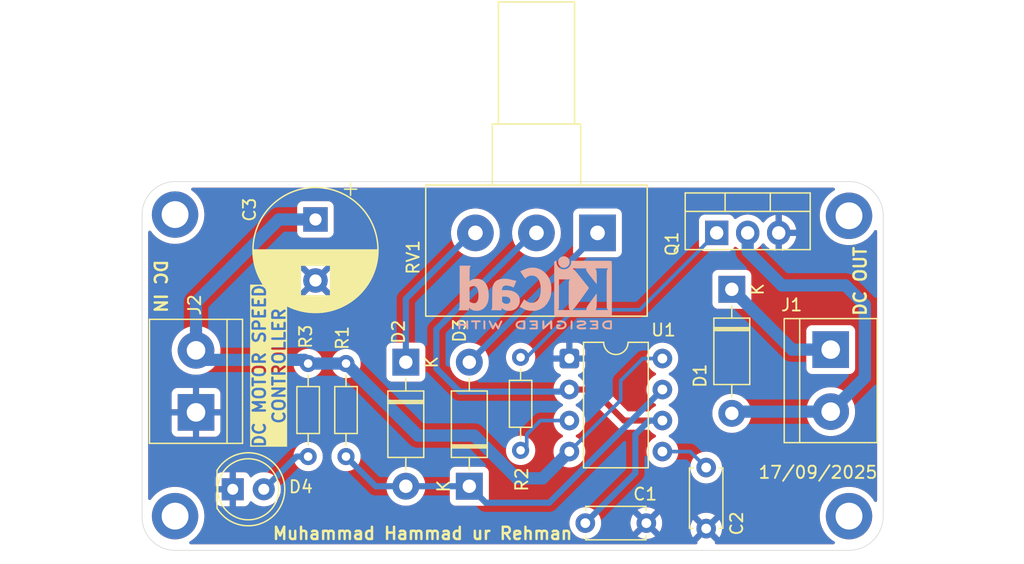
<source format=kicad_pcb>
(kicad_pcb (version 20241229) (generator "pcbnew") (generator_version "9.0")
  (layers (0 "F.Cu" signal) (2 "B.Cu" signal) (13 "F.Paste" user) (15 "B.Paste" user) (5 "F.SilkS" user "F.Silkscreen") (7 "B.SilkS" user "B.Silkscreen") (1 "F.Mask" user) (3 "B.Mask" user) (25 "Edge.Cuts" user))
  (net 0 "")
  (net 1 "GND")
  (net 2 "Net-(U1-THR)")
  (net 3 "Net-(U1-CV)")
  (net 4 "Net-(D1-K)")
  (net 5 "Net-(D1-A)")
  (net 6 "Net-(D2-A)")
  (net 7 "Net-(D2-K)")
  (net 8 "Net-(D3-A)")
  (net 9 "Net-(D4-A)")
  (net 10 "Net-(Q1-B)")
  (net 11 "Net-(U1-Q)")
  (footprint "MountingHole:MountingHole_2.2mm_M2_DIN965_Pad" (layer "F.Cu") (at 124.4 103.1)
    (property "Reference" "REF**" (hide yes))
    (property "Value" "MountingHole_2.2mm_M2_DIN965_Pad")
    (pad "1" thru_hole circle (at 0 0) (size 3.8 3.8) (drill 2.2) (layers "*.Cu" "*.Mask"))
  )
  (footprint "Resistor_THT:R_Axial_DIN0204_L3.6mm_D1.6mm_P7.62mm_Horizontal" (layer "F.Cu") (at 138.4 115.3 -90)
    (property "Reference" "R1" (at -2.1 0.3 90) (layer "F.SilkS"))
    (property "Value" "1k")
    (pad "1" thru_hole circle (at 0 0 270) (size 1.4 1.4) (drill 0.7) (layers "*.Cu" "*.Mask") (net 4 "Net-(D1-K)"))
    (pad "2" thru_hole oval (at 7.62 0 270) (size 1.4 1.4) (drill 0.7) (layers "*.Cu" "*.Mask") (net 6 "Net-(D2-A)"))
  )
  (footprint "Diode_THT:D_DO-41_SOD81_P10.16mm_Horizontal" (layer "F.Cu") (at 143.3 115.19 -90)
    (property "Reference" "D2" (at -2.49 0.6 270) (layer "F.SilkS"))
    (property "Value" "1N4007")
    (fp_text user "K" (at 0 -2.1 270) (layer "F.SilkS"))
    (pad "1" thru_hole rect (at 0 0 270) (size 2.2 2.2) (drill 1.1) (layers "*.Cu" "*.Mask") (net 7 "Net-(D2-K)"))
    (pad "2" thru_hole oval (at 10.16 0 270) (size 2.2 2.2) (drill 1.1) (layers "*.Cu" "*.Mask") (net 6 "Net-(D2-A)"))
  )
  (footprint "Capacitor_THT:C_Disc_D4.7mm_W2.5mm_P5.00mm" (layer "F.Cu") (at 167.9 123.82 -90)
    (property "Reference" "C2" (at 4.58 -2.5 90) (layer "F.SilkS"))
    (property "Value" "100nf")
    (pad "1" thru_hole circle (at 0 0 270) (size 1.6 1.6) (drill 0.8) (layers "*.Cu" "*.Mask") (net 3 "Net-(U1-CV)"))
    (pad "2" thru_hole circle (at 5 0 270) (size 1.6 1.6) (drill 0.8) (layers "*.Cu" "*.Mask") (net 1 "GND"))
  )
  (footprint "Diode_THT:D_DO-41_SOD81_P10.16mm_Horizontal" (layer "F.Cu") (at 170 109.22 -90)
    (property "Reference" "D1" (at 7.08 2.6 90) (layer "F.SilkS"))
    (property "Value" "1N4007")
    (fp_text user "K" (at 0 -2.1 90) (layer "F.SilkS"))
    (pad "1" thru_hole rect (at 0 0 270) (size 2.2 2.2) (drill 1.1) (layers "*.Cu" "*.Mask") (net 4 "Net-(D1-K)"))
    (pad "2" thru_hole oval (at 10.16 0 270) (size 2.2 2.2) (drill 1.1) (layers "*.Cu" "*.Mask") (net 5 "Net-(D1-A)"))
  )
  (footprint "Potentiometer_THT:Potentiometer_Alps_RK163_Single_Horizontal" (layer "F.Cu") (at 159 104.6 -90)
    (property "Reference" "RV1" (at 2 15.1 90) (layer "F.SilkS"))
    (property "Value" "100k")
    (pad "1" thru_hole rect (at 0 0 90) (size 3 3) (drill 1.2) (layers "*.Cu" "*.Mask") (net 8 "Net-(D3-A)"))
    (pad "2" thru_hole circle (at 0 5 90) (size 3 3) (drill 1.2) (layers "*.Cu" "*.Mask") (net 2 "Net-(U1-THR)"))
    (pad "3" thru_hole circle (at 0 10 90) (size 3 3) (drill 1.2) (layers "*.Cu" "*.Mask") (net 7 "Net-(D2-K)"))
  )
  (footprint "Package_DIP:DIP-8_W7.62mm" (layer "F.Cu") (at 156.695 114.89)
    (property "Reference" "U1" (at 7.705 -2.33 0) (layer "F.SilkS"))
    (property "Value" "NE555P")
    (pad "1" thru_hole roundrect (at 0 0) (size 1.6 1.6) (drill 0.8) (layers "*.Cu" "*.Mask") (roundrect_rratio 0.15625) (net 1 "GND"))
    (pad "2" thru_hole circle (at 0 2.54) (size 1.6 1.6) (drill 0.8) (layers "*.Cu" "*.Mask") (net 2 "Net-(U1-THR)"))
    (pad "3" thru_hole circle (at 0 5.08) (size 1.6 1.6) (drill 0.8) (layers "*.Cu" "*.Mask") (net 11 "Net-(U1-Q)"))
    (pad "4" thru_hole circle (at 0 7.62) (size 1.6 1.6) (drill 0.8) (layers "*.Cu" "*.Mask") (net 4 "Net-(D1-K)"))
    (pad "5" thru_hole circle (at 7.62 7.62) (size 1.6 1.6) (drill 0.8) (layers "*.Cu" "*.Mask") (net 3 "Net-(U1-CV)"))
    (pad "6" thru_hole circle (at 7.62 5.08) (size 1.6 1.6) (drill 0.8) (layers "*.Cu" "*.Mask") (net 2 "Net-(U1-THR)"))
    (pad "7" thru_hole circle (at 7.62 2.54) (size 1.6 1.6) (drill 0.8) (layers "*.Cu" "*.Mask") (net 6 "Net-(D2-A)"))
    (pad "8" thru_hole circle (at 7.62 0) (size 1.6 1.6) (drill 0.8) (layers "*.Cu" "*.Mask") (net 4 "Net-(D1-K)"))
  )
  (footprint "Package_TO_SOT_THT:TO-220-3_Vertical" (layer "F.Cu") (at 168.76 104.6)
    (property "Reference" "Q1" (at -3.66 0.9 270) (layer "F.SilkS"))
    (property "Value" "TIP122")
    (pad "1" thru_hole rect (at 0 0) (size 1.905 2) (drill 1.1) (layers "*.Cu" "*.Mask") (net 10 "Net-(Q1-B)"))
    (pad "2" thru_hole oval (at 2.54 0) (size 1.905 2) (drill 1.1) (layers "*.Cu" "*.Mask") (net 5 "Net-(D1-A)"))
    (pad "3" thru_hole oval (at 5.08 0) (size 1.905 2) (drill 1.1) (layers "*.Cu" "*.Mask") (net 1 "GND"))
  )
  (footprint "Resistor_THT:R_Axial_DIN0204_L3.6mm_D1.6mm_P7.62mm_Horizontal" (layer "F.Cu") (at 152.7 122.41 90)
    (property "Reference" "R2" (at -2.39 0.1 90) (layer "F.SilkS"))
    (property "Value" "1k")
    (pad "1" thru_hole circle (at 0 0 90) (size 1.4 1.4) (drill 0.7) (layers "*.Cu" "*.Mask") (net 11 "Net-(U1-Q)"))
    (pad "2" thru_hole oval (at 7.62 0 90) (size 1.4 1.4) (drill 0.7) (layers "*.Cu" "*.Mask") (net 10 "Net-(Q1-B)"))
  )
  (footprint "TerminalBlock:TerminalBlock_bornier-2_P5.08mm" (layer "F.Cu") (at 178.1 114.16 -90)
    (property "Reference" "J1" (at -3.66 3.2 0) (layer "F.SilkS"))
    (property "Value" "Screw_Terminal_01x02")
    (pad "1" thru_hole rect (at 0 0 270) (size 3 3) (drill 1.52) (layers "*.Cu" "*.Mask") (net 4 "Net-(D1-K)"))
    (pad "2" thru_hole circle (at 5.08 0 270) (size 3 3) (drill 1.52) (layers "*.Cu" "*.Mask") (net 5 "Net-(D1-A)"))
  )
  (footprint "Capacitor_THT:CP_Radial_D10.0mm_P5.00mm" (layer "F.Cu") (at 135.9 103.5 -90)
    (property "Reference" "C3" (at -0.8 5.4 90) (layer "F.SilkS"))
    (property "Value" "1000uf")
    (pad "1" thru_hole rect (at 0 0 270) (size 2 2) (drill 1) (layers "*.Cu" "*.Mask") (net 4 "Net-(D1-K)"))
    (pad "2" thru_hole circle (at 5 0 270) (size 2 2) (drill 1) (layers "*.Cu" "*.Mask") (net 1 "GND"))
  )
  (footprint "Diode_THT:D_DO-41_SOD81_P10.16mm_Horizontal" (layer "F.Cu") (at 148.5 125.35 90)
    (property "Reference" "D3" (at 12.75 -0.8 270) (layer "F.SilkS"))
    (property "Value" "1N4007")
    (fp_text user "K" (at 0 -2.1 270) (layer "F.SilkS"))
    (pad "1" thru_hole rect (at 0 0 90) (size 2.2 2.2) (drill 1.1) (layers "*.Cu" "*.Mask") (net 6 "Net-(D2-A)"))
    (pad "2" thru_hole oval (at 10.16 0 90) (size 2.2 2.2) (drill 1.1) (layers "*.Cu" "*.Mask") (net 8 "Net-(D3-A)"))
  )
  (footprint "MountingHole:MountingHole_2.2mm_M2_DIN965_Pad" (layer "F.Cu") (at 179.6 127.8)
    (property "Reference" "REF**" (hide yes))
    (property "Value" "MountingHole_2.2mm_M2_DIN965_Pad")
    (pad "1" thru_hole circle (at 0 0) (size 3.8 3.8) (drill 2.2) (layers "*.Cu" "*.Mask"))
  )
  (footprint "Resistor_THT:R_Axial_DIN0204_L3.6mm_D1.6mm_P7.62mm_Horizontal" (layer "F.Cu") (at 135.3 115.3 -90)
    (property "Reference" "R3" (at -2.2 0.2 90) (layer "F.SilkS"))
    (property "Value" "2.2k")
    (pad "1" thru_hole circle (at 0 0 270) (size 1.4 1.4) (drill 0.7) (layers "*.Cu" "*.Mask") (net 4 "Net-(D1-K)"))
    (pad "2" thru_hole oval (at 7.62 0 270) (size 1.4 1.4) (drill 0.7) (layers "*.Cu" "*.Mask") (net 9 "Net-(D4-A)"))
  )
  (footprint "MountingHole:MountingHole_2.2mm_M2_DIN965_Pad" (layer "F.Cu") (at 179.6 103.2)
    (property "Reference" "REF**" (hide yes))
    (property "Value" "MountingHole_2.2mm_M2_DIN965_Pad")
    (pad "1" thru_hole circle (at 0 0) (size 3.8 3.8) (drill 2.2) (layers "*.Cu" "*.Mask"))
  )
  (footprint "MountingHole:MountingHole_2.2mm_M2_DIN965_Pad" (layer "F.Cu") (at 124.4 127.8)
    (property "Reference" "REF**" (hide yes))
    (property "Value" "MountingHole_2.2mm_M2_DIN965_Pad")
    (pad "1" thru_hole circle (at 0 0) (size 3.8 3.8) (drill 2.2) (layers "*.Cu" "*.Mask"))
  )
  (footprint "Capacitor_THT:C_Disc_D4.7mm_W2.5mm_P5.00mm" (layer "F.Cu") (at 158 128.37)
    (property "Reference" "C1" (at 4.9 -2.37 0) (layer "F.SilkS"))
    (property "Value" "100nf")
    (pad "1" thru_hole circle (at 0 0) (size 1.6 1.6) (drill 0.8) (layers "*.Cu" "*.Mask") (net 2 "Net-(U1-THR)"))
    (pad "2" thru_hole circle (at 5 0) (size 1.6 1.6) (drill 0.8) (layers "*.Cu" "*.Mask") (net 1 "GND"))
  )
  (footprint "TerminalBlock:TerminalBlock_bornier-2_P5.08mm" (layer "F.Cu") (at 126.115 119.3 90)
    (property "Reference" "J2" (at 8.8 -0.115 270) (layer "F.SilkS"))
    (property "Value" "Screw_Terminal_01x02")
    (pad "1" thru_hole rect (at 0 0 90) (size 3 3) (drill 1.52) (layers "*.Cu" "*.Mask") (net 1 "GND"))
    (pad "2" thru_hole circle (at 5.08 0 90) (size 3 3) (drill 1.52) (layers "*.Cu" "*.Mask") (net 4 "Net-(D1-K)"))
  )
  (footprint "LED_THT:LED_D5.0mm" (layer "F.Cu") (at 129.125 125.6)
    (property "Reference" "D4" (at 5.575 -0.2 0) (layer "F.SilkS"))
    (property "Value" "LED")
    (pad "1" thru_hole rect (at 0 0) (size 1.8 1.8) (drill 0.9) (layers "*.Cu" "*.Mask") (net 1 "GND"))
    (pad "2" thru_hole circle (at 2.54 0) (size 1.8 1.8) (drill 0.9) (layers "*.Cu" "*.Mask") (net 9 "Net-(D4-A)"))
  )
  (footprint "Symbol:KiCad-Logo2_5mm_SilkScreen" (layer "B.Cu") (at 153.9 109.5 180)
    (property "Reference" "REF**" (hide yes))
    (property "Value" "KiCad-Logo2_5mm_SilkScreen" (hide yes))
  )
  (gr_line (start 179.6 130.6) (end 124.4 130.6) (stroke (width 0.05)) (layer "Edge.Cuts"))
  (gr_line (start 124.4 100.4) (end 179.6 100.398215) (stroke (width 0.05)) (layer "Edge.Cuts"))
  (gr_arc (start 179.6 100.398215) (mid 181.545485 101.183793) (end 182.4 103.1) (stroke (width 0.05)) (layer "Edge.Cuts"))
  (gr_arc (start 182.4 127.8) (mid 181.579899 129.779899) (end 179.6 130.6) (stroke (width 0.05)) (layer "Edge.Cuts"))
  (gr_line (start 121.7 127.9) (end 121.7 103.1) (stroke (width 0.05)) (layer "Edge.Cuts"))
  (gr_arc (start 121.7 103.1) (mid 122.490812 101.190812) (end 124.4 100.4) (stroke (width 0.05)) (layer "Edge.Cuts"))
  (gr_line (start 182.4 103.1) (end 182.4 127.8) (stroke (width 0.05)) (layer "Edge.Cuts"))
  (gr_arc (start 124.4 130.6) (mid 122.490812 129.809188) (end 121.7 127.9) (stroke (width 0.05)) (layer "Edge.Cuts"))
  (gr_text "17/09/2025\n" (at 172.1 124.8 0) (layer "F.SilkS") (effects (font (size 1 1)) (justify left bottom)))
  (gr_text "DC MOTOR SPEED\nCONTROLLER\n" (at 133.5 115.5 90) (layer "F.SilkS" knockout) (effects (font (size 1 1) (thickness 0.2) (bold yes)) (justify bottom)))
  (gr_text "DC OUT\n" (at 181.1 111.5 90) (layer "F.SilkS") (effects (font (size 1 1) (thickness 0.2) (bold yes)) (justify left bottom)))
  (gr_text "DC IN\n" (at 122.6 106.7 270) (layer "F.SilkS") (effects (font (size 1 1) (thickness 0.2) (bold yes)) (justify left bottom)))
  (gr_text "Muhammad Hammad ur Rehman" (at 132.3 129.8 0) (layer "F.SilkS") (effects (font (size 1 1) (thickness 0.2) (bold yes)) (justify left bottom)))
  (segment (start 161.17 119.97) (end 164.315 119.97) (width 0.5) (layer "F.Cu") (net 2))
  (segment (start 156.695 117.43) (end 158.63 117.43) (width 0.5) (layer "F.Cu") (net 2))
  (segment (start 158.63 117.43) (end 161.17 119.97) (width 0.5) (layer "F.Cu") (net 2))
  (segment (start 156.2 117.6) (end 156.37 117.43) (width 0.5) (layer "B.Cu") (net 2))
  (segment (start 162.1 121.1) (end 163.23 119.97) (width 0.5) (layer "B.Cu") (net 2))
  (segment (start 162.1 124.27) (end 162.1 121.1) (width 0.5) (layer "B.Cu") (net 2))
  (segment (start 145.8 115.7) (end 147.7 117.6) (width 0.5) (layer "B.Cu") (net 2))
  (segment (start 163.23 119.97) (end 164.315 119.97) (width 0.5) (layer "B.Cu") (net 2))
  (segment (start 154 104.3) (end 145.8 112.5) (width 0.5) (layer "B.Cu") (net 2))
  (segment (start 158 128.37) (end 162.1 124.27) (width 0.5) (layer "B.Cu") (net 2))
  (segment (start 145.8 112.5) (end 145.8 115.7) (width 0.5) (layer "B.Cu") (net 2))
  (segment (start 147.7 117.6) (end 156.2 117.6) (width 0.5) (layer "B.Cu") (net 2))
  (segment (start 156.37 117.43) (end 156.695 117.43) (width 0.5) (layer "B.Cu") (net 2))
  (segment (start 166.59 122.51) (end 167.9 123.82) (width 0.3) (layer "B.Cu") (net 3))
  (segment (start 166.59 122.51) (end 164.315 122.51) (width 0.3) (layer "B.Cu") (net 3))
  (segment (start 174.94 114.16) (end 178.1 114.16) (width 1) (layer "B.Cu") (net 4))
  (segment (start 126.895 115) (end 135 115) (width 1) (layer "B.Cu") (net 4))
  (segment (start 135.9 103.5) (end 132.9 103.5) (width 1) (layer "B.Cu") (net 4))
  (segment (start 160.9 118.305) (end 156.695 122.51) (width 0.3) (layer "B.Cu") (net 4))
  (segment (start 152.4 124.7) (end 154.5 124.7) (width 1) (layer "B.Cu") (net 4))
  (segment (start 170 109.22) (end 174.94 114.16) (width 1) (layer "B.Cu") (net 4))
  (segment (start 164.315 114.89) (end 162.71 114.89) (width 0.3) (layer "B.Cu") (net 4))
  (segment (start 148.9 121.2) (end 152.4 124.7) (width 1) (layer "B.Cu") (net 4))
  (segment (start 135.3 115.3) (end 138.4 115.3) (width 1) (layer "B.Cu") (net 4))
  (segment (start 154.5 124.7) (end 154.5 124.705) (width 1) (layer "B.Cu") (net 4))
  (segment (start 144.3 121.2) (end 148.9 121.2) (width 1) (layer "B.Cu") (net 4))
  (segment (start 135 115) (end 135.3 115.3) (width 1) (layer "B.Cu") (net 4))
  (segment (start 138.4 115.3) (end 144.3 121.2) (width 1) (layer "B.Cu") (net 4))
  (segment (start 160.9 116.7) (end 160.9 118.305) (width 0.3) (layer "B.Cu") (net 4))
  (segment (start 126.115 114.22) (end 126.895 115) (width 1) (layer "B.Cu") (net 4))
  (segment (start 154.5 124.705) (end 156.695 122.51) (width 1) (layer "B.Cu") (net 4))
  (segment (start 162.71 114.89) (end 160.9 116.7) (width 0.3) (layer "B.Cu") (net 4))
  (segment (start 132.9 103.5) (end 126.115 110.285) (width 1) (layer "B.Cu") (net 4))
  (segment (start 126.115 110.285) (end 126.115 114.22) (width 1) (layer "B.Cu") (net 4))
  (segment (start 178.1 119.24) (end 180.9 116.44) (width 1) (layer "B.Cu") (net 5))
  (segment (start 180.9 110.5) (end 179.3 108.9) (width 1) (layer "B.Cu") (net 5))
  (segment (start 179.3 108.9) (end 174.1 108.9) (width 1) (layer "B.Cu") (net 5))
  (segment (start 178.1 119.24) (end 170.14 119.24) (width 1) (layer "B.Cu") (net 5))
  (segment (start 174.1 108.9) (end 171.3 106.1) (width 1) (layer "B.Cu") (net 5))
  (segment (start 170.14 119.24) (end 170 119.38) (width 1) (layer "B.Cu") (net 5))
  (segment (start 180.9 116.44) (end 180.9 110.5) (width 1) (layer "B.Cu") (net 5))
  (segment (start 171.3 106.1) (end 171.3 104.6) (width 1) (layer "B.Cu") (net 5))
  (segment (start 155.045 126.7) (end 164.315 117.43) (width 0.5) (layer "B.Cu") (net 6))
  (segment (start 148.5 125.35) (end 149.85 126.7) (width 0.5) (layer "B.Cu") (net 6))
  (segment (start 149.85 126.7) (end 155.045 126.7) (width 0.5) (layer "B.Cu") (net 6))
  (segment (start 138.4 122.92) (end 140.83 125.35) (width 0.5) (layer "B.Cu") (net 6))
  (segment (start 143.3 125.35) (end 148.5 125.35) (width 0.5) (layer "B.Cu") (net 6))
  (segment (start 140.83 125.35) (end 143.3 125.35) (width 0.5) (layer "B.Cu") (net 6))
  (segment (start 149 104.3) (end 143.3 110) (width 0.5) (layer "B.Cu") (net 7))
  (segment (start 143.3 110) (end 143.3 115.19) (width 0.5) (layer "B.Cu") (net 7))
  (segment (start 148.5 115.19) (end 159 104.69) (width 0.5) (layer "B.Cu") (net 8))
  (segment (start 159 104.69) (end 159 104.3) (width 0.5) (layer "B.Cu") (net 8))
  (segment (start 134.345 122.92) (end 131.665 125.6) (width 0.5) (layer "B.Cu") (net 9))
  (segment (start 135.3 122.92) (end 134.345 122.92) (width 0.5) (layer "B.Cu") (net 9))
  (segment (start 162.46 110.9) (end 168.76 104.6) (width 0.3) (layer "B.Cu") (net 10))
  (segment (start 153.2 114.79) (end 157.09 110.9) (width 0.3) (layer "B.Cu") (net 10))
  (segment (start 157.09 110.9) (end 162.46 110.9) (width 0.3) (layer "B.Cu") (net 10))
  (segment (start 154.33 119.97) (end 153.2 121.1) (width 0.3) (layer "B.Cu") (net 11))
  (segment (start 156.695 119.97) (end 154.33 119.97) (width 0.3) (layer "B.Cu") (net 11))
  (segment (start 153.2 121.1) (end 153.2 122.41) (width 0.3) (layer "B.Cu") (net 11))
  (zone (net 1) (net_name "GND") (layers "F.Cu" "B.Cu") (connect_pads (clearance 0.5)) (min_thickness 0.25) (fill yes (thermal_gap 0.5) (thermal_bridge_width 0.5))
    (polygon (pts (xy 120 100) (xy 185.3 100) (xy 185.3 131) (xy 120 131)))
  )
)
</source>
